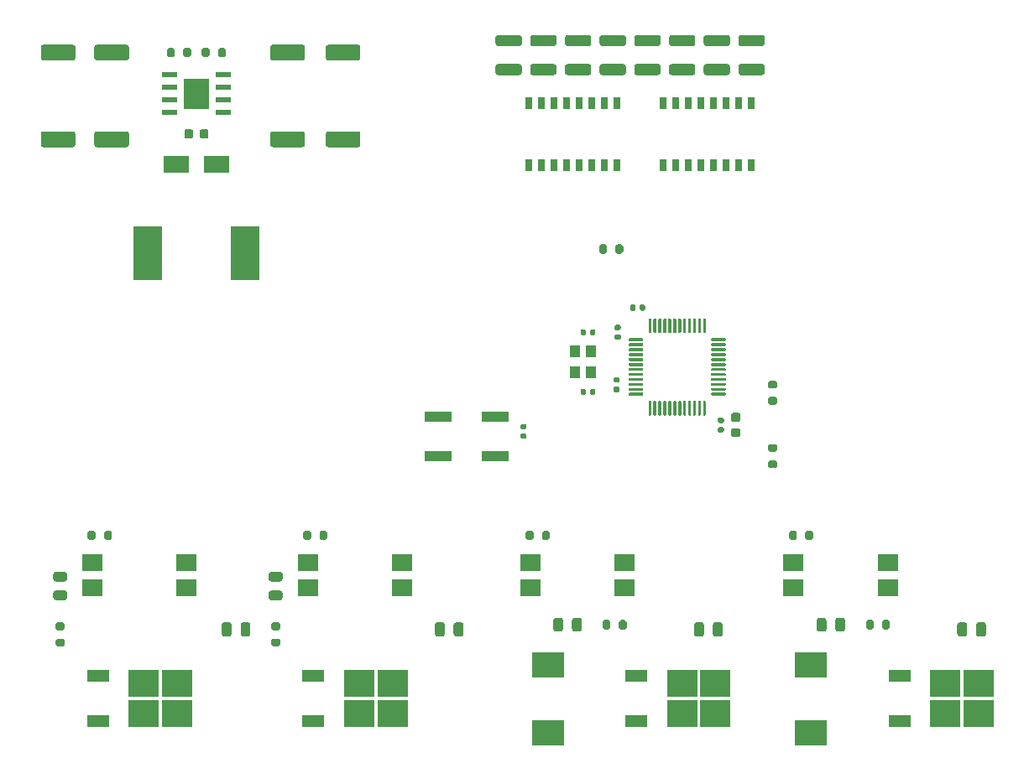
<source format=gtp>
G04 #@! TF.GenerationSoftware,KiCad,Pcbnew,(5.1.9)-1*
G04 #@! TF.CreationDate,2021-07-18T17:28:12-05:00*
G04 #@! TF.ProjectId,jac_board,6a61635f-626f-4617-9264-2e6b69636164,rev?*
G04 #@! TF.SameCoordinates,Original*
G04 #@! TF.FileFunction,Paste,Top*
G04 #@! TF.FilePolarity,Positive*
%FSLAX46Y46*%
G04 Gerber Fmt 4.6, Leading zero omitted, Abs format (unit mm)*
G04 Created by KiCad (PCBNEW (5.1.9)-1) date 2021-07-18 17:28:12*
%MOMM*%
%LPD*%
G01*
G04 APERTURE LIST*
%ADD10R,2.750000X1.000000*%
%ADD11R,3.050000X2.750000*%
%ADD12R,2.200000X1.200000*%
%ADD13R,3.300000X2.500000*%
%ADD14R,2.500000X1.800000*%
%ADD15R,2.000000X1.780000*%
%ADD16R,0.800000X1.300000*%
%ADD17R,1.100000X1.300000*%
%ADD18R,1.550000X0.600000*%
%ADD19R,2.600000X3.100000*%
%ADD20R,2.900000X5.400000*%
G04 APERTURE END LIST*
D10*
X171630000Y-101500000D03*
X165870000Y-101500000D03*
X165870000Y-97500000D03*
X171630000Y-97500000D03*
G36*
G01*
X145950000Y-119475000D02*
X145950000Y-118525000D01*
G75*
G02*
X146200000Y-118275000I250000J0D01*
G01*
X146700000Y-118275000D01*
G75*
G02*
X146950000Y-118525000I0J-250000D01*
G01*
X146950000Y-119475000D01*
G75*
G02*
X146700000Y-119725000I-250000J0D01*
G01*
X146200000Y-119725000D01*
G75*
G02*
X145950000Y-119475000I0J250000D01*
G01*
G37*
G36*
G01*
X144050000Y-119475000D02*
X144050000Y-118525000D01*
G75*
G02*
X144300000Y-118275000I250000J0D01*
G01*
X144800000Y-118275000D01*
G75*
G02*
X145050000Y-118525000I0J-250000D01*
G01*
X145050000Y-119475000D01*
G75*
G02*
X144800000Y-119725000I-250000J0D01*
G01*
X144300000Y-119725000D01*
G75*
G02*
X144050000Y-119475000I0J250000D01*
G01*
G37*
G36*
G01*
X167450000Y-119475000D02*
X167450000Y-118525000D01*
G75*
G02*
X167700000Y-118275000I250000J0D01*
G01*
X168200000Y-118275000D01*
G75*
G02*
X168450000Y-118525000I0J-250000D01*
G01*
X168450000Y-119475000D01*
G75*
G02*
X168200000Y-119725000I-250000J0D01*
G01*
X167700000Y-119725000D01*
G75*
G02*
X167450000Y-119475000I0J250000D01*
G01*
G37*
G36*
G01*
X165550000Y-119475000D02*
X165550000Y-118525000D01*
G75*
G02*
X165800000Y-118275000I250000J0D01*
G01*
X166300000Y-118275000D01*
G75*
G02*
X166550000Y-118525000I0J-250000D01*
G01*
X166550000Y-119475000D01*
G75*
G02*
X166300000Y-119725000I-250000J0D01*
G01*
X165800000Y-119725000D01*
G75*
G02*
X165550000Y-119475000I0J250000D01*
G01*
G37*
G36*
G01*
X193600000Y-119475000D02*
X193600000Y-118525000D01*
G75*
G02*
X193850000Y-118275000I250000J0D01*
G01*
X194350000Y-118275000D01*
G75*
G02*
X194600000Y-118525000I0J-250000D01*
G01*
X194600000Y-119475000D01*
G75*
G02*
X194350000Y-119725000I-250000J0D01*
G01*
X193850000Y-119725000D01*
G75*
G02*
X193600000Y-119475000I0J250000D01*
G01*
G37*
G36*
G01*
X191700000Y-119475000D02*
X191700000Y-118525000D01*
G75*
G02*
X191950000Y-118275000I250000J0D01*
G01*
X192450000Y-118275000D01*
G75*
G02*
X192700000Y-118525000I0J-250000D01*
G01*
X192700000Y-119475000D01*
G75*
G02*
X192450000Y-119725000I-250000J0D01*
G01*
X191950000Y-119725000D01*
G75*
G02*
X191700000Y-119475000I0J250000D01*
G01*
G37*
G36*
G01*
X220150000Y-119475000D02*
X220150000Y-118525000D01*
G75*
G02*
X220400000Y-118275000I250000J0D01*
G01*
X220900000Y-118275000D01*
G75*
G02*
X221150000Y-118525000I0J-250000D01*
G01*
X221150000Y-119475000D01*
G75*
G02*
X220900000Y-119725000I-250000J0D01*
G01*
X220400000Y-119725000D01*
G75*
G02*
X220150000Y-119475000I0J250000D01*
G01*
G37*
G36*
G01*
X218250000Y-119475000D02*
X218250000Y-118525000D01*
G75*
G02*
X218500000Y-118275000I250000J0D01*
G01*
X219000000Y-118275000D01*
G75*
G02*
X219250000Y-118525000I0J-250000D01*
G01*
X219250000Y-119475000D01*
G75*
G02*
X219000000Y-119725000I-250000J0D01*
G01*
X218500000Y-119725000D01*
G75*
G02*
X218250000Y-119475000I0J250000D01*
G01*
G37*
G36*
G01*
X187100000Y-89000000D02*
X187100000Y-87675000D01*
G75*
G02*
X187175000Y-87600000I75000J0D01*
G01*
X187325000Y-87600000D01*
G75*
G02*
X187400000Y-87675000I0J-75000D01*
G01*
X187400000Y-89000000D01*
G75*
G02*
X187325000Y-89075000I-75000J0D01*
G01*
X187175000Y-89075000D01*
G75*
G02*
X187100000Y-89000000I0J75000D01*
G01*
G37*
G36*
G01*
X187600000Y-89000000D02*
X187600000Y-87675000D01*
G75*
G02*
X187675000Y-87600000I75000J0D01*
G01*
X187825000Y-87600000D01*
G75*
G02*
X187900000Y-87675000I0J-75000D01*
G01*
X187900000Y-89000000D01*
G75*
G02*
X187825000Y-89075000I-75000J0D01*
G01*
X187675000Y-89075000D01*
G75*
G02*
X187600000Y-89000000I0J75000D01*
G01*
G37*
G36*
G01*
X188100000Y-89000000D02*
X188100000Y-87675000D01*
G75*
G02*
X188175000Y-87600000I75000J0D01*
G01*
X188325000Y-87600000D01*
G75*
G02*
X188400000Y-87675000I0J-75000D01*
G01*
X188400000Y-89000000D01*
G75*
G02*
X188325000Y-89075000I-75000J0D01*
G01*
X188175000Y-89075000D01*
G75*
G02*
X188100000Y-89000000I0J75000D01*
G01*
G37*
G36*
G01*
X188600000Y-89000000D02*
X188600000Y-87675000D01*
G75*
G02*
X188675000Y-87600000I75000J0D01*
G01*
X188825000Y-87600000D01*
G75*
G02*
X188900000Y-87675000I0J-75000D01*
G01*
X188900000Y-89000000D01*
G75*
G02*
X188825000Y-89075000I-75000J0D01*
G01*
X188675000Y-89075000D01*
G75*
G02*
X188600000Y-89000000I0J75000D01*
G01*
G37*
G36*
G01*
X189100000Y-89000000D02*
X189100000Y-87675000D01*
G75*
G02*
X189175000Y-87600000I75000J0D01*
G01*
X189325000Y-87600000D01*
G75*
G02*
X189400000Y-87675000I0J-75000D01*
G01*
X189400000Y-89000000D01*
G75*
G02*
X189325000Y-89075000I-75000J0D01*
G01*
X189175000Y-89075000D01*
G75*
G02*
X189100000Y-89000000I0J75000D01*
G01*
G37*
G36*
G01*
X189600000Y-89000000D02*
X189600000Y-87675000D01*
G75*
G02*
X189675000Y-87600000I75000J0D01*
G01*
X189825000Y-87600000D01*
G75*
G02*
X189900000Y-87675000I0J-75000D01*
G01*
X189900000Y-89000000D01*
G75*
G02*
X189825000Y-89075000I-75000J0D01*
G01*
X189675000Y-89075000D01*
G75*
G02*
X189600000Y-89000000I0J75000D01*
G01*
G37*
G36*
G01*
X190100000Y-89000000D02*
X190100000Y-87675000D01*
G75*
G02*
X190175000Y-87600000I75000J0D01*
G01*
X190325000Y-87600000D01*
G75*
G02*
X190400000Y-87675000I0J-75000D01*
G01*
X190400000Y-89000000D01*
G75*
G02*
X190325000Y-89075000I-75000J0D01*
G01*
X190175000Y-89075000D01*
G75*
G02*
X190100000Y-89000000I0J75000D01*
G01*
G37*
G36*
G01*
X190600000Y-89000000D02*
X190600000Y-87675000D01*
G75*
G02*
X190675000Y-87600000I75000J0D01*
G01*
X190825000Y-87600000D01*
G75*
G02*
X190900000Y-87675000I0J-75000D01*
G01*
X190900000Y-89000000D01*
G75*
G02*
X190825000Y-89075000I-75000J0D01*
G01*
X190675000Y-89075000D01*
G75*
G02*
X190600000Y-89000000I0J75000D01*
G01*
G37*
G36*
G01*
X191100000Y-89000000D02*
X191100000Y-87675000D01*
G75*
G02*
X191175000Y-87600000I75000J0D01*
G01*
X191325000Y-87600000D01*
G75*
G02*
X191400000Y-87675000I0J-75000D01*
G01*
X191400000Y-89000000D01*
G75*
G02*
X191325000Y-89075000I-75000J0D01*
G01*
X191175000Y-89075000D01*
G75*
G02*
X191100000Y-89000000I0J75000D01*
G01*
G37*
G36*
G01*
X191600000Y-89000000D02*
X191600000Y-87675000D01*
G75*
G02*
X191675000Y-87600000I75000J0D01*
G01*
X191825000Y-87600000D01*
G75*
G02*
X191900000Y-87675000I0J-75000D01*
G01*
X191900000Y-89000000D01*
G75*
G02*
X191825000Y-89075000I-75000J0D01*
G01*
X191675000Y-89075000D01*
G75*
G02*
X191600000Y-89000000I0J75000D01*
G01*
G37*
G36*
G01*
X192100000Y-89000000D02*
X192100000Y-87675000D01*
G75*
G02*
X192175000Y-87600000I75000J0D01*
G01*
X192325000Y-87600000D01*
G75*
G02*
X192400000Y-87675000I0J-75000D01*
G01*
X192400000Y-89000000D01*
G75*
G02*
X192325000Y-89075000I-75000J0D01*
G01*
X192175000Y-89075000D01*
G75*
G02*
X192100000Y-89000000I0J75000D01*
G01*
G37*
G36*
G01*
X192600000Y-89000000D02*
X192600000Y-87675000D01*
G75*
G02*
X192675000Y-87600000I75000J0D01*
G01*
X192825000Y-87600000D01*
G75*
G02*
X192900000Y-87675000I0J-75000D01*
G01*
X192900000Y-89000000D01*
G75*
G02*
X192825000Y-89075000I-75000J0D01*
G01*
X192675000Y-89075000D01*
G75*
G02*
X192600000Y-89000000I0J75000D01*
G01*
G37*
G36*
G01*
X193425000Y-89825000D02*
X193425000Y-89675000D01*
G75*
G02*
X193500000Y-89600000I75000J0D01*
G01*
X194825000Y-89600000D01*
G75*
G02*
X194900000Y-89675000I0J-75000D01*
G01*
X194900000Y-89825000D01*
G75*
G02*
X194825000Y-89900000I-75000J0D01*
G01*
X193500000Y-89900000D01*
G75*
G02*
X193425000Y-89825000I0J75000D01*
G01*
G37*
G36*
G01*
X193425000Y-90325000D02*
X193425000Y-90175000D01*
G75*
G02*
X193500000Y-90100000I75000J0D01*
G01*
X194825000Y-90100000D01*
G75*
G02*
X194900000Y-90175000I0J-75000D01*
G01*
X194900000Y-90325000D01*
G75*
G02*
X194825000Y-90400000I-75000J0D01*
G01*
X193500000Y-90400000D01*
G75*
G02*
X193425000Y-90325000I0J75000D01*
G01*
G37*
G36*
G01*
X193425000Y-90825000D02*
X193425000Y-90675000D01*
G75*
G02*
X193500000Y-90600000I75000J0D01*
G01*
X194825000Y-90600000D01*
G75*
G02*
X194900000Y-90675000I0J-75000D01*
G01*
X194900000Y-90825000D01*
G75*
G02*
X194825000Y-90900000I-75000J0D01*
G01*
X193500000Y-90900000D01*
G75*
G02*
X193425000Y-90825000I0J75000D01*
G01*
G37*
G36*
G01*
X193425000Y-91325000D02*
X193425000Y-91175000D01*
G75*
G02*
X193500000Y-91100000I75000J0D01*
G01*
X194825000Y-91100000D01*
G75*
G02*
X194900000Y-91175000I0J-75000D01*
G01*
X194900000Y-91325000D01*
G75*
G02*
X194825000Y-91400000I-75000J0D01*
G01*
X193500000Y-91400000D01*
G75*
G02*
X193425000Y-91325000I0J75000D01*
G01*
G37*
G36*
G01*
X193425000Y-91825000D02*
X193425000Y-91675000D01*
G75*
G02*
X193500000Y-91600000I75000J0D01*
G01*
X194825000Y-91600000D01*
G75*
G02*
X194900000Y-91675000I0J-75000D01*
G01*
X194900000Y-91825000D01*
G75*
G02*
X194825000Y-91900000I-75000J0D01*
G01*
X193500000Y-91900000D01*
G75*
G02*
X193425000Y-91825000I0J75000D01*
G01*
G37*
G36*
G01*
X193425000Y-92325000D02*
X193425000Y-92175000D01*
G75*
G02*
X193500000Y-92100000I75000J0D01*
G01*
X194825000Y-92100000D01*
G75*
G02*
X194900000Y-92175000I0J-75000D01*
G01*
X194900000Y-92325000D01*
G75*
G02*
X194825000Y-92400000I-75000J0D01*
G01*
X193500000Y-92400000D01*
G75*
G02*
X193425000Y-92325000I0J75000D01*
G01*
G37*
G36*
G01*
X193425000Y-92825000D02*
X193425000Y-92675000D01*
G75*
G02*
X193500000Y-92600000I75000J0D01*
G01*
X194825000Y-92600000D01*
G75*
G02*
X194900000Y-92675000I0J-75000D01*
G01*
X194900000Y-92825000D01*
G75*
G02*
X194825000Y-92900000I-75000J0D01*
G01*
X193500000Y-92900000D01*
G75*
G02*
X193425000Y-92825000I0J75000D01*
G01*
G37*
G36*
G01*
X193425000Y-93325000D02*
X193425000Y-93175000D01*
G75*
G02*
X193500000Y-93100000I75000J0D01*
G01*
X194825000Y-93100000D01*
G75*
G02*
X194900000Y-93175000I0J-75000D01*
G01*
X194900000Y-93325000D01*
G75*
G02*
X194825000Y-93400000I-75000J0D01*
G01*
X193500000Y-93400000D01*
G75*
G02*
X193425000Y-93325000I0J75000D01*
G01*
G37*
G36*
G01*
X193425000Y-93825000D02*
X193425000Y-93675000D01*
G75*
G02*
X193500000Y-93600000I75000J0D01*
G01*
X194825000Y-93600000D01*
G75*
G02*
X194900000Y-93675000I0J-75000D01*
G01*
X194900000Y-93825000D01*
G75*
G02*
X194825000Y-93900000I-75000J0D01*
G01*
X193500000Y-93900000D01*
G75*
G02*
X193425000Y-93825000I0J75000D01*
G01*
G37*
G36*
G01*
X193425000Y-94325000D02*
X193425000Y-94175000D01*
G75*
G02*
X193500000Y-94100000I75000J0D01*
G01*
X194825000Y-94100000D01*
G75*
G02*
X194900000Y-94175000I0J-75000D01*
G01*
X194900000Y-94325000D01*
G75*
G02*
X194825000Y-94400000I-75000J0D01*
G01*
X193500000Y-94400000D01*
G75*
G02*
X193425000Y-94325000I0J75000D01*
G01*
G37*
G36*
G01*
X193425000Y-94825000D02*
X193425000Y-94675000D01*
G75*
G02*
X193500000Y-94600000I75000J0D01*
G01*
X194825000Y-94600000D01*
G75*
G02*
X194900000Y-94675000I0J-75000D01*
G01*
X194900000Y-94825000D01*
G75*
G02*
X194825000Y-94900000I-75000J0D01*
G01*
X193500000Y-94900000D01*
G75*
G02*
X193425000Y-94825000I0J75000D01*
G01*
G37*
G36*
G01*
X193425000Y-95325000D02*
X193425000Y-95175000D01*
G75*
G02*
X193500000Y-95100000I75000J0D01*
G01*
X194825000Y-95100000D01*
G75*
G02*
X194900000Y-95175000I0J-75000D01*
G01*
X194900000Y-95325000D01*
G75*
G02*
X194825000Y-95400000I-75000J0D01*
G01*
X193500000Y-95400000D01*
G75*
G02*
X193425000Y-95325000I0J75000D01*
G01*
G37*
G36*
G01*
X192600000Y-97325000D02*
X192600000Y-96000000D01*
G75*
G02*
X192675000Y-95925000I75000J0D01*
G01*
X192825000Y-95925000D01*
G75*
G02*
X192900000Y-96000000I0J-75000D01*
G01*
X192900000Y-97325000D01*
G75*
G02*
X192825000Y-97400000I-75000J0D01*
G01*
X192675000Y-97400000D01*
G75*
G02*
X192600000Y-97325000I0J75000D01*
G01*
G37*
G36*
G01*
X192100000Y-97325000D02*
X192100000Y-96000000D01*
G75*
G02*
X192175000Y-95925000I75000J0D01*
G01*
X192325000Y-95925000D01*
G75*
G02*
X192400000Y-96000000I0J-75000D01*
G01*
X192400000Y-97325000D01*
G75*
G02*
X192325000Y-97400000I-75000J0D01*
G01*
X192175000Y-97400000D01*
G75*
G02*
X192100000Y-97325000I0J75000D01*
G01*
G37*
G36*
G01*
X191600000Y-97325000D02*
X191600000Y-96000000D01*
G75*
G02*
X191675000Y-95925000I75000J0D01*
G01*
X191825000Y-95925000D01*
G75*
G02*
X191900000Y-96000000I0J-75000D01*
G01*
X191900000Y-97325000D01*
G75*
G02*
X191825000Y-97400000I-75000J0D01*
G01*
X191675000Y-97400000D01*
G75*
G02*
X191600000Y-97325000I0J75000D01*
G01*
G37*
G36*
G01*
X191100000Y-97325000D02*
X191100000Y-96000000D01*
G75*
G02*
X191175000Y-95925000I75000J0D01*
G01*
X191325000Y-95925000D01*
G75*
G02*
X191400000Y-96000000I0J-75000D01*
G01*
X191400000Y-97325000D01*
G75*
G02*
X191325000Y-97400000I-75000J0D01*
G01*
X191175000Y-97400000D01*
G75*
G02*
X191100000Y-97325000I0J75000D01*
G01*
G37*
G36*
G01*
X190600000Y-97325000D02*
X190600000Y-96000000D01*
G75*
G02*
X190675000Y-95925000I75000J0D01*
G01*
X190825000Y-95925000D01*
G75*
G02*
X190900000Y-96000000I0J-75000D01*
G01*
X190900000Y-97325000D01*
G75*
G02*
X190825000Y-97400000I-75000J0D01*
G01*
X190675000Y-97400000D01*
G75*
G02*
X190600000Y-97325000I0J75000D01*
G01*
G37*
G36*
G01*
X190100000Y-97325000D02*
X190100000Y-96000000D01*
G75*
G02*
X190175000Y-95925000I75000J0D01*
G01*
X190325000Y-95925000D01*
G75*
G02*
X190400000Y-96000000I0J-75000D01*
G01*
X190400000Y-97325000D01*
G75*
G02*
X190325000Y-97400000I-75000J0D01*
G01*
X190175000Y-97400000D01*
G75*
G02*
X190100000Y-97325000I0J75000D01*
G01*
G37*
G36*
G01*
X189600000Y-97325000D02*
X189600000Y-96000000D01*
G75*
G02*
X189675000Y-95925000I75000J0D01*
G01*
X189825000Y-95925000D01*
G75*
G02*
X189900000Y-96000000I0J-75000D01*
G01*
X189900000Y-97325000D01*
G75*
G02*
X189825000Y-97400000I-75000J0D01*
G01*
X189675000Y-97400000D01*
G75*
G02*
X189600000Y-97325000I0J75000D01*
G01*
G37*
G36*
G01*
X189100000Y-97325000D02*
X189100000Y-96000000D01*
G75*
G02*
X189175000Y-95925000I75000J0D01*
G01*
X189325000Y-95925000D01*
G75*
G02*
X189400000Y-96000000I0J-75000D01*
G01*
X189400000Y-97325000D01*
G75*
G02*
X189325000Y-97400000I-75000J0D01*
G01*
X189175000Y-97400000D01*
G75*
G02*
X189100000Y-97325000I0J75000D01*
G01*
G37*
G36*
G01*
X188600000Y-97325000D02*
X188600000Y-96000000D01*
G75*
G02*
X188675000Y-95925000I75000J0D01*
G01*
X188825000Y-95925000D01*
G75*
G02*
X188900000Y-96000000I0J-75000D01*
G01*
X188900000Y-97325000D01*
G75*
G02*
X188825000Y-97400000I-75000J0D01*
G01*
X188675000Y-97400000D01*
G75*
G02*
X188600000Y-97325000I0J75000D01*
G01*
G37*
G36*
G01*
X188100000Y-97325000D02*
X188100000Y-96000000D01*
G75*
G02*
X188175000Y-95925000I75000J0D01*
G01*
X188325000Y-95925000D01*
G75*
G02*
X188400000Y-96000000I0J-75000D01*
G01*
X188400000Y-97325000D01*
G75*
G02*
X188325000Y-97400000I-75000J0D01*
G01*
X188175000Y-97400000D01*
G75*
G02*
X188100000Y-97325000I0J75000D01*
G01*
G37*
G36*
G01*
X187600000Y-97325000D02*
X187600000Y-96000000D01*
G75*
G02*
X187675000Y-95925000I75000J0D01*
G01*
X187825000Y-95925000D01*
G75*
G02*
X187900000Y-96000000I0J-75000D01*
G01*
X187900000Y-97325000D01*
G75*
G02*
X187825000Y-97400000I-75000J0D01*
G01*
X187675000Y-97400000D01*
G75*
G02*
X187600000Y-97325000I0J75000D01*
G01*
G37*
G36*
G01*
X187100000Y-97325000D02*
X187100000Y-96000000D01*
G75*
G02*
X187175000Y-95925000I75000J0D01*
G01*
X187325000Y-95925000D01*
G75*
G02*
X187400000Y-96000000I0J-75000D01*
G01*
X187400000Y-97325000D01*
G75*
G02*
X187325000Y-97400000I-75000J0D01*
G01*
X187175000Y-97400000D01*
G75*
G02*
X187100000Y-97325000I0J75000D01*
G01*
G37*
G36*
G01*
X185100000Y-95325000D02*
X185100000Y-95175000D01*
G75*
G02*
X185175000Y-95100000I75000J0D01*
G01*
X186500000Y-95100000D01*
G75*
G02*
X186575000Y-95175000I0J-75000D01*
G01*
X186575000Y-95325000D01*
G75*
G02*
X186500000Y-95400000I-75000J0D01*
G01*
X185175000Y-95400000D01*
G75*
G02*
X185100000Y-95325000I0J75000D01*
G01*
G37*
G36*
G01*
X185100000Y-94825000D02*
X185100000Y-94675000D01*
G75*
G02*
X185175000Y-94600000I75000J0D01*
G01*
X186500000Y-94600000D01*
G75*
G02*
X186575000Y-94675000I0J-75000D01*
G01*
X186575000Y-94825000D01*
G75*
G02*
X186500000Y-94900000I-75000J0D01*
G01*
X185175000Y-94900000D01*
G75*
G02*
X185100000Y-94825000I0J75000D01*
G01*
G37*
G36*
G01*
X185100000Y-94325000D02*
X185100000Y-94175000D01*
G75*
G02*
X185175000Y-94100000I75000J0D01*
G01*
X186500000Y-94100000D01*
G75*
G02*
X186575000Y-94175000I0J-75000D01*
G01*
X186575000Y-94325000D01*
G75*
G02*
X186500000Y-94400000I-75000J0D01*
G01*
X185175000Y-94400000D01*
G75*
G02*
X185100000Y-94325000I0J75000D01*
G01*
G37*
G36*
G01*
X185100000Y-93825000D02*
X185100000Y-93675000D01*
G75*
G02*
X185175000Y-93600000I75000J0D01*
G01*
X186500000Y-93600000D01*
G75*
G02*
X186575000Y-93675000I0J-75000D01*
G01*
X186575000Y-93825000D01*
G75*
G02*
X186500000Y-93900000I-75000J0D01*
G01*
X185175000Y-93900000D01*
G75*
G02*
X185100000Y-93825000I0J75000D01*
G01*
G37*
G36*
G01*
X185100000Y-93325000D02*
X185100000Y-93175000D01*
G75*
G02*
X185175000Y-93100000I75000J0D01*
G01*
X186500000Y-93100000D01*
G75*
G02*
X186575000Y-93175000I0J-75000D01*
G01*
X186575000Y-93325000D01*
G75*
G02*
X186500000Y-93400000I-75000J0D01*
G01*
X185175000Y-93400000D01*
G75*
G02*
X185100000Y-93325000I0J75000D01*
G01*
G37*
G36*
G01*
X185100000Y-92825000D02*
X185100000Y-92675000D01*
G75*
G02*
X185175000Y-92600000I75000J0D01*
G01*
X186500000Y-92600000D01*
G75*
G02*
X186575000Y-92675000I0J-75000D01*
G01*
X186575000Y-92825000D01*
G75*
G02*
X186500000Y-92900000I-75000J0D01*
G01*
X185175000Y-92900000D01*
G75*
G02*
X185100000Y-92825000I0J75000D01*
G01*
G37*
G36*
G01*
X185100000Y-92325000D02*
X185100000Y-92175000D01*
G75*
G02*
X185175000Y-92100000I75000J0D01*
G01*
X186500000Y-92100000D01*
G75*
G02*
X186575000Y-92175000I0J-75000D01*
G01*
X186575000Y-92325000D01*
G75*
G02*
X186500000Y-92400000I-75000J0D01*
G01*
X185175000Y-92400000D01*
G75*
G02*
X185100000Y-92325000I0J75000D01*
G01*
G37*
G36*
G01*
X185100000Y-91825000D02*
X185100000Y-91675000D01*
G75*
G02*
X185175000Y-91600000I75000J0D01*
G01*
X186500000Y-91600000D01*
G75*
G02*
X186575000Y-91675000I0J-75000D01*
G01*
X186575000Y-91825000D01*
G75*
G02*
X186500000Y-91900000I-75000J0D01*
G01*
X185175000Y-91900000D01*
G75*
G02*
X185100000Y-91825000I0J75000D01*
G01*
G37*
G36*
G01*
X185100000Y-91325000D02*
X185100000Y-91175000D01*
G75*
G02*
X185175000Y-91100000I75000J0D01*
G01*
X186500000Y-91100000D01*
G75*
G02*
X186575000Y-91175000I0J-75000D01*
G01*
X186575000Y-91325000D01*
G75*
G02*
X186500000Y-91400000I-75000J0D01*
G01*
X185175000Y-91400000D01*
G75*
G02*
X185100000Y-91325000I0J75000D01*
G01*
G37*
G36*
G01*
X185100000Y-90825000D02*
X185100000Y-90675000D01*
G75*
G02*
X185175000Y-90600000I75000J0D01*
G01*
X186500000Y-90600000D01*
G75*
G02*
X186575000Y-90675000I0J-75000D01*
G01*
X186575000Y-90825000D01*
G75*
G02*
X186500000Y-90900000I-75000J0D01*
G01*
X185175000Y-90900000D01*
G75*
G02*
X185100000Y-90825000I0J75000D01*
G01*
G37*
G36*
G01*
X185100000Y-90325000D02*
X185100000Y-90175000D01*
G75*
G02*
X185175000Y-90100000I75000J0D01*
G01*
X186500000Y-90100000D01*
G75*
G02*
X186575000Y-90175000I0J-75000D01*
G01*
X186575000Y-90325000D01*
G75*
G02*
X186500000Y-90400000I-75000J0D01*
G01*
X185175000Y-90400000D01*
G75*
G02*
X185100000Y-90325000I0J75000D01*
G01*
G37*
G36*
G01*
X185100000Y-89825000D02*
X185100000Y-89675000D01*
G75*
G02*
X185175000Y-89600000I75000J0D01*
G01*
X186500000Y-89600000D01*
G75*
G02*
X186575000Y-89675000I0J-75000D01*
G01*
X186575000Y-89825000D01*
G75*
G02*
X186500000Y-89900000I-75000J0D01*
G01*
X185175000Y-89900000D01*
G75*
G02*
X185100000Y-89825000I0J75000D01*
G01*
G37*
G36*
G01*
X205950000Y-118976250D02*
X205950000Y-118063750D01*
G75*
G02*
X206193750Y-117820000I243750J0D01*
G01*
X206681250Y-117820000D01*
G75*
G02*
X206925000Y-118063750I0J-243750D01*
G01*
X206925000Y-118976250D01*
G75*
G02*
X206681250Y-119220000I-243750J0D01*
G01*
X206193750Y-119220000D01*
G75*
G02*
X205950000Y-118976250I0J243750D01*
G01*
G37*
G36*
G01*
X204075000Y-118976250D02*
X204075000Y-118063750D01*
G75*
G02*
X204318750Y-117820000I243750J0D01*
G01*
X204806250Y-117820000D01*
G75*
G02*
X205050000Y-118063750I0J-243750D01*
G01*
X205050000Y-118976250D01*
G75*
G02*
X204806250Y-119220000I-243750J0D01*
G01*
X204318750Y-119220000D01*
G75*
G02*
X204075000Y-118976250I0J243750D01*
G01*
G37*
G36*
G01*
X149225000Y-119925000D02*
X149775000Y-119925000D01*
G75*
G02*
X149975000Y-120125000I0J-200000D01*
G01*
X149975000Y-120525000D01*
G75*
G02*
X149775000Y-120725000I-200000J0D01*
G01*
X149225000Y-120725000D01*
G75*
G02*
X149025000Y-120525000I0J200000D01*
G01*
X149025000Y-120125000D01*
G75*
G02*
X149225000Y-119925000I200000J0D01*
G01*
G37*
G36*
G01*
X149225000Y-118275000D02*
X149775000Y-118275000D01*
G75*
G02*
X149975000Y-118475000I0J-200000D01*
G01*
X149975000Y-118875000D01*
G75*
G02*
X149775000Y-119075000I-200000J0D01*
G01*
X149225000Y-119075000D01*
G75*
G02*
X149025000Y-118875000I0J200000D01*
G01*
X149025000Y-118475000D01*
G75*
G02*
X149225000Y-118275000I200000J0D01*
G01*
G37*
D11*
X136185000Y-127525000D03*
X139535000Y-124475000D03*
X136185000Y-124475000D03*
X139535000Y-127525000D03*
D12*
X131560000Y-128280000D03*
X131560000Y-123720000D03*
D11*
X157925000Y-127525000D03*
X161275000Y-124475000D03*
X157925000Y-124475000D03*
X161275000Y-127525000D03*
D12*
X153300000Y-128280000D03*
X153300000Y-123720000D03*
D11*
X190490000Y-127525000D03*
X193840000Y-124475000D03*
X190490000Y-124475000D03*
X193840000Y-127525000D03*
D12*
X185865000Y-128280000D03*
X185865000Y-123720000D03*
D11*
X217050000Y-127525000D03*
X220400000Y-124475000D03*
X217050000Y-124475000D03*
X220400000Y-127525000D03*
D12*
X212425000Y-128280000D03*
X212425000Y-123720000D03*
D13*
X176940000Y-122600000D03*
X176940000Y-129400000D03*
X203500000Y-122600000D03*
X203500000Y-129400000D03*
G36*
G01*
X129300000Y-60200000D02*
X129300000Y-61300000D01*
G75*
G02*
X129050000Y-61550000I-250000J0D01*
G01*
X126050000Y-61550000D01*
G75*
G02*
X125800000Y-61300000I0J250000D01*
G01*
X125800000Y-60200000D01*
G75*
G02*
X126050000Y-59950000I250000J0D01*
G01*
X129050000Y-59950000D01*
G75*
G02*
X129300000Y-60200000I0J-250000D01*
G01*
G37*
G36*
G01*
X134700000Y-60200000D02*
X134700000Y-61300000D01*
G75*
G02*
X134450000Y-61550000I-250000J0D01*
G01*
X131450000Y-61550000D01*
G75*
G02*
X131200000Y-61300000I0J250000D01*
G01*
X131200000Y-60200000D01*
G75*
G02*
X131450000Y-59950000I250000J0D01*
G01*
X134450000Y-59950000D01*
G75*
G02*
X134700000Y-60200000I0J-250000D01*
G01*
G37*
G36*
G01*
X129300000Y-68950000D02*
X129300000Y-70050000D01*
G75*
G02*
X129050000Y-70300000I-250000J0D01*
G01*
X126050000Y-70300000D01*
G75*
G02*
X125800000Y-70050000I0J250000D01*
G01*
X125800000Y-68950000D01*
G75*
G02*
X126050000Y-68700000I250000J0D01*
G01*
X129050000Y-68700000D01*
G75*
G02*
X129300000Y-68950000I0J-250000D01*
G01*
G37*
G36*
G01*
X134700000Y-68950000D02*
X134700000Y-70050000D01*
G75*
G02*
X134450000Y-70300000I-250000J0D01*
G01*
X131450000Y-70300000D01*
G75*
G02*
X131200000Y-70050000I0J250000D01*
G01*
X131200000Y-68950000D01*
G75*
G02*
X131450000Y-68700000I250000J0D01*
G01*
X134450000Y-68700000D01*
G75*
G02*
X134700000Y-68950000I0J-250000D01*
G01*
G37*
G36*
G01*
X199893600Y-94672600D02*
X199343600Y-94672600D01*
G75*
G02*
X199143600Y-94472600I0J200000D01*
G01*
X199143600Y-94072600D01*
G75*
G02*
X199343600Y-93872600I200000J0D01*
G01*
X199893600Y-93872600D01*
G75*
G02*
X200093600Y-94072600I0J-200000D01*
G01*
X200093600Y-94472600D01*
G75*
G02*
X199893600Y-94672600I-200000J0D01*
G01*
G37*
G36*
G01*
X199893600Y-96322600D02*
X199343600Y-96322600D01*
G75*
G02*
X199143600Y-96122600I0J200000D01*
G01*
X199143600Y-95722600D01*
G75*
G02*
X199343600Y-95522600I200000J0D01*
G01*
X199893600Y-95522600D01*
G75*
G02*
X200093600Y-95722600I0J-200000D01*
G01*
X200093600Y-96122600D01*
G75*
G02*
X199893600Y-96322600I-200000J0D01*
G01*
G37*
G36*
G01*
X199343600Y-101925000D02*
X199893600Y-101925000D01*
G75*
G02*
X200093600Y-102125000I0J-200000D01*
G01*
X200093600Y-102525000D01*
G75*
G02*
X199893600Y-102725000I-200000J0D01*
G01*
X199343600Y-102725000D01*
G75*
G02*
X199143600Y-102525000I0J200000D01*
G01*
X199143600Y-102125000D01*
G75*
G02*
X199343600Y-101925000I200000J0D01*
G01*
G37*
G36*
G01*
X199343600Y-100275000D02*
X199893600Y-100275000D01*
G75*
G02*
X200093600Y-100475000I0J-200000D01*
G01*
X200093600Y-100875000D01*
G75*
G02*
X199893600Y-101075000I-200000J0D01*
G01*
X199343600Y-101075000D01*
G75*
G02*
X199143600Y-100875000I0J200000D01*
G01*
X199143600Y-100475000D01*
G75*
G02*
X199343600Y-100275000I200000J0D01*
G01*
G37*
D14*
X143500000Y-72048332D03*
X139500000Y-72048332D03*
D15*
X140525000Y-112230000D03*
X130995000Y-114770000D03*
X140525000Y-114770000D03*
X130995000Y-112230000D03*
X162265000Y-112230000D03*
X152735000Y-114770000D03*
X162265000Y-114770000D03*
X152735000Y-112230000D03*
X184705000Y-112230000D03*
X175175000Y-114770000D03*
X184705000Y-114770000D03*
X175175000Y-112230000D03*
X211265000Y-112230000D03*
X201735000Y-114770000D03*
X211265000Y-114770000D03*
X201735000Y-112230000D03*
G36*
G01*
X127485000Y-119925000D02*
X128035000Y-119925000D01*
G75*
G02*
X128235000Y-120125000I0J-200000D01*
G01*
X128235000Y-120525000D01*
G75*
G02*
X128035000Y-120725000I-200000J0D01*
G01*
X127485000Y-120725000D01*
G75*
G02*
X127285000Y-120525000I0J200000D01*
G01*
X127285000Y-120125000D01*
G75*
G02*
X127485000Y-119925000I200000J0D01*
G01*
G37*
G36*
G01*
X127485000Y-118275000D02*
X128035000Y-118275000D01*
G75*
G02*
X128235000Y-118475000I0J-200000D01*
G01*
X128235000Y-118875000D01*
G75*
G02*
X128035000Y-119075000I-200000J0D01*
G01*
X127485000Y-119075000D01*
G75*
G02*
X127285000Y-118875000I0J200000D01*
G01*
X127285000Y-118475000D01*
G75*
G02*
X127485000Y-118275000I200000J0D01*
G01*
G37*
G36*
G01*
X132185000Y-109775000D02*
X132185000Y-109225000D01*
G75*
G02*
X132385000Y-109025000I200000J0D01*
G01*
X132785000Y-109025000D01*
G75*
G02*
X132985000Y-109225000I0J-200000D01*
G01*
X132985000Y-109775000D01*
G75*
G02*
X132785000Y-109975000I-200000J0D01*
G01*
X132385000Y-109975000D01*
G75*
G02*
X132185000Y-109775000I0J200000D01*
G01*
G37*
G36*
G01*
X130535000Y-109775000D02*
X130535000Y-109225000D01*
G75*
G02*
X130735000Y-109025000I200000J0D01*
G01*
X131135000Y-109025000D01*
G75*
G02*
X131335000Y-109225000I0J-200000D01*
G01*
X131335000Y-109775000D01*
G75*
G02*
X131135000Y-109975000I-200000J0D01*
G01*
X130735000Y-109975000D01*
G75*
G02*
X130535000Y-109775000I0J200000D01*
G01*
G37*
G36*
G01*
X153925000Y-109775000D02*
X153925000Y-109225000D01*
G75*
G02*
X154125000Y-109025000I200000J0D01*
G01*
X154525000Y-109025000D01*
G75*
G02*
X154725000Y-109225000I0J-200000D01*
G01*
X154725000Y-109775000D01*
G75*
G02*
X154525000Y-109975000I-200000J0D01*
G01*
X154125000Y-109975000D01*
G75*
G02*
X153925000Y-109775000I0J200000D01*
G01*
G37*
G36*
G01*
X152275000Y-109775000D02*
X152275000Y-109225000D01*
G75*
G02*
X152475000Y-109025000I200000J0D01*
G01*
X152875000Y-109025000D01*
G75*
G02*
X153075000Y-109225000I0J-200000D01*
G01*
X153075000Y-109775000D01*
G75*
G02*
X152875000Y-109975000I-200000J0D01*
G01*
X152475000Y-109975000D01*
G75*
G02*
X152275000Y-109775000I0J200000D01*
G01*
G37*
G36*
G01*
X184115000Y-118795000D02*
X184115000Y-118245000D01*
G75*
G02*
X184315000Y-118045000I200000J0D01*
G01*
X184715000Y-118045000D01*
G75*
G02*
X184915000Y-118245000I0J-200000D01*
G01*
X184915000Y-118795000D01*
G75*
G02*
X184715000Y-118995000I-200000J0D01*
G01*
X184315000Y-118995000D01*
G75*
G02*
X184115000Y-118795000I0J200000D01*
G01*
G37*
G36*
G01*
X182465000Y-118795000D02*
X182465000Y-118245000D01*
G75*
G02*
X182665000Y-118045000I200000J0D01*
G01*
X183065000Y-118045000D01*
G75*
G02*
X183265000Y-118245000I0J-200000D01*
G01*
X183265000Y-118795000D01*
G75*
G02*
X183065000Y-118995000I-200000J0D01*
G01*
X182665000Y-118995000D01*
G75*
G02*
X182465000Y-118795000I0J200000D01*
G01*
G37*
G36*
G01*
X176365000Y-109775000D02*
X176365000Y-109225000D01*
G75*
G02*
X176565000Y-109025000I200000J0D01*
G01*
X176965000Y-109025000D01*
G75*
G02*
X177165000Y-109225000I0J-200000D01*
G01*
X177165000Y-109775000D01*
G75*
G02*
X176965000Y-109975000I-200000J0D01*
G01*
X176565000Y-109975000D01*
G75*
G02*
X176365000Y-109775000I0J200000D01*
G01*
G37*
G36*
G01*
X174715000Y-109775000D02*
X174715000Y-109225000D01*
G75*
G02*
X174915000Y-109025000I200000J0D01*
G01*
X175315000Y-109025000D01*
G75*
G02*
X175515000Y-109225000I0J-200000D01*
G01*
X175515000Y-109775000D01*
G75*
G02*
X175315000Y-109975000I-200000J0D01*
G01*
X174915000Y-109975000D01*
G75*
G02*
X174715000Y-109775000I0J200000D01*
G01*
G37*
G36*
G01*
X210675000Y-118795000D02*
X210675000Y-118245000D01*
G75*
G02*
X210875000Y-118045000I200000J0D01*
G01*
X211275000Y-118045000D01*
G75*
G02*
X211475000Y-118245000I0J-200000D01*
G01*
X211475000Y-118795000D01*
G75*
G02*
X211275000Y-118995000I-200000J0D01*
G01*
X210875000Y-118995000D01*
G75*
G02*
X210675000Y-118795000I0J200000D01*
G01*
G37*
G36*
G01*
X209025000Y-118795000D02*
X209025000Y-118245000D01*
G75*
G02*
X209225000Y-118045000I200000J0D01*
G01*
X209625000Y-118045000D01*
G75*
G02*
X209825000Y-118245000I0J-200000D01*
G01*
X209825000Y-118795000D01*
G75*
G02*
X209625000Y-118995000I-200000J0D01*
G01*
X209225000Y-118995000D01*
G75*
G02*
X209025000Y-118795000I0J200000D01*
G01*
G37*
G36*
G01*
X202925000Y-109775000D02*
X202925000Y-109225000D01*
G75*
G02*
X203125000Y-109025000I200000J0D01*
G01*
X203525000Y-109025000D01*
G75*
G02*
X203725000Y-109225000I0J-200000D01*
G01*
X203725000Y-109775000D01*
G75*
G02*
X203525000Y-109975000I-200000J0D01*
G01*
X203125000Y-109975000D01*
G75*
G02*
X202925000Y-109775000I0J200000D01*
G01*
G37*
G36*
G01*
X201275000Y-109775000D02*
X201275000Y-109225000D01*
G75*
G02*
X201475000Y-109025000I200000J0D01*
G01*
X201875000Y-109025000D01*
G75*
G02*
X202075000Y-109225000I0J-200000D01*
G01*
X202075000Y-109775000D01*
G75*
G02*
X201875000Y-109975000I-200000J0D01*
G01*
X201475000Y-109975000D01*
G75*
G02*
X201275000Y-109775000I0J200000D01*
G01*
G37*
G36*
G01*
X127303750Y-115070000D02*
X128216250Y-115070000D01*
G75*
G02*
X128460000Y-115313750I0J-243750D01*
G01*
X128460000Y-115801250D01*
G75*
G02*
X128216250Y-116045000I-243750J0D01*
G01*
X127303750Y-116045000D01*
G75*
G02*
X127060000Y-115801250I0J243750D01*
G01*
X127060000Y-115313750D01*
G75*
G02*
X127303750Y-115070000I243750J0D01*
G01*
G37*
G36*
G01*
X127303750Y-113195000D02*
X128216250Y-113195000D01*
G75*
G02*
X128460000Y-113438750I0J-243750D01*
G01*
X128460000Y-113926250D01*
G75*
G02*
X128216250Y-114170000I-243750J0D01*
G01*
X127303750Y-114170000D01*
G75*
G02*
X127060000Y-113926250I0J243750D01*
G01*
X127060000Y-113438750D01*
G75*
G02*
X127303750Y-113195000I243750J0D01*
G01*
G37*
G36*
G01*
X149043750Y-115070000D02*
X149956250Y-115070000D01*
G75*
G02*
X150200000Y-115313750I0J-243750D01*
G01*
X150200000Y-115801250D01*
G75*
G02*
X149956250Y-116045000I-243750J0D01*
G01*
X149043750Y-116045000D01*
G75*
G02*
X148800000Y-115801250I0J243750D01*
G01*
X148800000Y-115313750D01*
G75*
G02*
X149043750Y-115070000I243750J0D01*
G01*
G37*
G36*
G01*
X149043750Y-113195000D02*
X149956250Y-113195000D01*
G75*
G02*
X150200000Y-113438750I0J-243750D01*
G01*
X150200000Y-113926250D01*
G75*
G02*
X149956250Y-114170000I-243750J0D01*
G01*
X149043750Y-114170000D01*
G75*
G02*
X148800000Y-113926250I0J243750D01*
G01*
X148800000Y-113438750D01*
G75*
G02*
X149043750Y-113195000I243750J0D01*
G01*
G37*
G36*
G01*
X179390000Y-118976250D02*
X179390000Y-118063750D01*
G75*
G02*
X179633750Y-117820000I243750J0D01*
G01*
X180121250Y-117820000D01*
G75*
G02*
X180365000Y-118063750I0J-243750D01*
G01*
X180365000Y-118976250D01*
G75*
G02*
X180121250Y-119220000I-243750J0D01*
G01*
X179633750Y-119220000D01*
G75*
G02*
X179390000Y-118976250I0J243750D01*
G01*
G37*
G36*
G01*
X177515000Y-118976250D02*
X177515000Y-118063750D01*
G75*
G02*
X177758750Y-117820000I243750J0D01*
G01*
X178246250Y-117820000D01*
G75*
G02*
X178490000Y-118063750I0J-243750D01*
G01*
X178490000Y-118976250D01*
G75*
G02*
X178246250Y-119220000I-243750J0D01*
G01*
X177758750Y-119220000D01*
G75*
G02*
X177515000Y-118976250I0J243750D01*
G01*
G37*
G36*
G01*
X174330000Y-99200000D02*
X174670000Y-99200000D01*
G75*
G02*
X174810000Y-99340000I0J-140000D01*
G01*
X174810000Y-99620000D01*
G75*
G02*
X174670000Y-99760000I-140000J0D01*
G01*
X174330000Y-99760000D01*
G75*
G02*
X174190000Y-99620000I0J140000D01*
G01*
X174190000Y-99340000D01*
G75*
G02*
X174330000Y-99200000I140000J0D01*
G01*
G37*
G36*
G01*
X174330000Y-98240000D02*
X174670000Y-98240000D01*
G75*
G02*
X174810000Y-98380000I0J-140000D01*
G01*
X174810000Y-98660000D01*
G75*
G02*
X174670000Y-98800000I-140000J0D01*
G01*
X174330000Y-98800000D01*
G75*
G02*
X174190000Y-98660000I0J140000D01*
G01*
X174190000Y-98380000D01*
G75*
G02*
X174330000Y-98240000I140000J0D01*
G01*
G37*
D16*
X183950000Y-72150000D03*
X182670000Y-72150000D03*
X181410000Y-72150000D03*
X180140000Y-72150000D03*
X178860000Y-72150000D03*
X177590000Y-72150000D03*
X176330000Y-72150000D03*
X175050000Y-72150000D03*
X175050000Y-65850000D03*
X176330000Y-65850000D03*
X177590000Y-65850000D03*
X178860000Y-65850000D03*
X180140000Y-65850000D03*
X181410000Y-65850000D03*
X182670000Y-65850000D03*
X183950000Y-65850000D03*
G36*
G01*
X139325000Y-60475000D02*
X139325000Y-61025000D01*
G75*
G02*
X139125000Y-61225000I-200000J0D01*
G01*
X138725000Y-61225000D01*
G75*
G02*
X138525000Y-61025000I0J200000D01*
G01*
X138525000Y-60475000D01*
G75*
G02*
X138725000Y-60275000I200000J0D01*
G01*
X139125000Y-60275000D01*
G75*
G02*
X139325000Y-60475000I0J-200000D01*
G01*
G37*
G36*
G01*
X140975000Y-60475000D02*
X140975000Y-61025000D01*
G75*
G02*
X140775000Y-61225000I-200000J0D01*
G01*
X140375000Y-61225000D01*
G75*
G02*
X140175000Y-61025000I0J200000D01*
G01*
X140175000Y-60475000D01*
G75*
G02*
X140375000Y-60275000I200000J0D01*
G01*
X140775000Y-60275000D01*
G75*
G02*
X140975000Y-60475000I0J-200000D01*
G01*
G37*
G36*
G01*
X142825000Y-60475000D02*
X142825000Y-61025000D01*
G75*
G02*
X142625000Y-61225000I-200000J0D01*
G01*
X142225000Y-61225000D01*
G75*
G02*
X142025000Y-61025000I0J200000D01*
G01*
X142025000Y-60475000D01*
G75*
G02*
X142225000Y-60275000I200000J0D01*
G01*
X142625000Y-60275000D01*
G75*
G02*
X142825000Y-60475000I0J-200000D01*
G01*
G37*
G36*
G01*
X144475000Y-60475000D02*
X144475000Y-61025000D01*
G75*
G02*
X144275000Y-61225000I-200000J0D01*
G01*
X143875000Y-61225000D01*
G75*
G02*
X143675000Y-61025000I0J200000D01*
G01*
X143675000Y-60475000D01*
G75*
G02*
X143875000Y-60275000I200000J0D01*
G01*
X144275000Y-60275000D01*
G75*
G02*
X144475000Y-60475000I0J-200000D01*
G01*
G37*
D17*
X179675000Y-93050000D03*
X179675000Y-90950000D03*
X181325000Y-90950000D03*
X181325000Y-93050000D03*
D18*
X138800000Y-66790000D03*
X138800000Y-65520000D03*
X138800000Y-64250000D03*
X138800000Y-62980000D03*
X144200000Y-62980000D03*
X144200000Y-64250000D03*
X144200000Y-65520000D03*
X144200000Y-66790000D03*
D19*
X141500000Y-64885000D03*
D16*
X197450000Y-72150000D03*
X196170000Y-72150000D03*
X194910000Y-72150000D03*
X193640000Y-72150000D03*
X192360000Y-72150000D03*
X191090000Y-72150000D03*
X189830000Y-72150000D03*
X188550000Y-72150000D03*
X188550000Y-65850000D03*
X189830000Y-65850000D03*
X191090000Y-65850000D03*
X192360000Y-65850000D03*
X193640000Y-65850000D03*
X194910000Y-65850000D03*
X196170000Y-65850000D03*
X197450000Y-65850000D03*
G36*
G01*
X183762200Y-80869200D02*
X183762200Y-80319200D01*
G75*
G02*
X183962200Y-80119200I200000J0D01*
G01*
X184362200Y-80119200D01*
G75*
G02*
X184562200Y-80319200I0J-200000D01*
G01*
X184562200Y-80869200D01*
G75*
G02*
X184362200Y-81069200I-200000J0D01*
G01*
X183962200Y-81069200D01*
G75*
G02*
X183762200Y-80869200I0J200000D01*
G01*
G37*
G36*
G01*
X182112200Y-80869200D02*
X182112200Y-80319200D01*
G75*
G02*
X182312200Y-80119200I200000J0D01*
G01*
X182712200Y-80119200D01*
G75*
G02*
X182912200Y-80319200I0J-200000D01*
G01*
X182912200Y-80869200D01*
G75*
G02*
X182712200Y-81069200I-200000J0D01*
G01*
X182312200Y-81069200D01*
G75*
G02*
X182112200Y-80869200I0J200000D01*
G01*
G37*
G36*
G01*
X188075002Y-60100000D02*
X185924998Y-60100000D01*
G75*
G02*
X185675000Y-59850002I0J249998D01*
G01*
X185675000Y-59224998D01*
G75*
G02*
X185924998Y-58975000I249998J0D01*
G01*
X188075002Y-58975000D01*
G75*
G02*
X188325000Y-59224998I0J-249998D01*
G01*
X188325000Y-59850002D01*
G75*
G02*
X188075002Y-60100000I-249998J0D01*
G01*
G37*
G36*
G01*
X188075002Y-63025000D02*
X185924998Y-63025000D01*
G75*
G02*
X185675000Y-62775002I0J249998D01*
G01*
X185675000Y-62149998D01*
G75*
G02*
X185924998Y-61900000I249998J0D01*
G01*
X188075002Y-61900000D01*
G75*
G02*
X188325000Y-62149998I0J-249998D01*
G01*
X188325000Y-62775002D01*
G75*
G02*
X188075002Y-63025000I-249998J0D01*
G01*
G37*
G36*
G01*
X174075002Y-60100000D02*
X171924998Y-60100000D01*
G75*
G02*
X171675000Y-59850002I0J249998D01*
G01*
X171675000Y-59224998D01*
G75*
G02*
X171924998Y-58975000I249998J0D01*
G01*
X174075002Y-58975000D01*
G75*
G02*
X174325000Y-59224998I0J-249998D01*
G01*
X174325000Y-59850002D01*
G75*
G02*
X174075002Y-60100000I-249998J0D01*
G01*
G37*
G36*
G01*
X174075002Y-63025000D02*
X171924998Y-63025000D01*
G75*
G02*
X171675000Y-62775002I0J249998D01*
G01*
X171675000Y-62149998D01*
G75*
G02*
X171924998Y-61900000I249998J0D01*
G01*
X174075002Y-61900000D01*
G75*
G02*
X174325000Y-62149998I0J-249998D01*
G01*
X174325000Y-62775002D01*
G75*
G02*
X174075002Y-63025000I-249998J0D01*
G01*
G37*
G36*
G01*
X191575002Y-60100000D02*
X189424998Y-60100000D01*
G75*
G02*
X189175000Y-59850002I0J249998D01*
G01*
X189175000Y-59224998D01*
G75*
G02*
X189424998Y-58975000I249998J0D01*
G01*
X191575002Y-58975000D01*
G75*
G02*
X191825000Y-59224998I0J-249998D01*
G01*
X191825000Y-59850002D01*
G75*
G02*
X191575002Y-60100000I-249998J0D01*
G01*
G37*
G36*
G01*
X191575002Y-63025000D02*
X189424998Y-63025000D01*
G75*
G02*
X189175000Y-62775002I0J249998D01*
G01*
X189175000Y-62149998D01*
G75*
G02*
X189424998Y-61900000I249998J0D01*
G01*
X191575002Y-61900000D01*
G75*
G02*
X191825000Y-62149998I0J-249998D01*
G01*
X191825000Y-62775002D01*
G75*
G02*
X191575002Y-63025000I-249998J0D01*
G01*
G37*
G36*
G01*
X177575002Y-60100000D02*
X175424998Y-60100000D01*
G75*
G02*
X175175000Y-59850002I0J249998D01*
G01*
X175175000Y-59224998D01*
G75*
G02*
X175424998Y-58975000I249998J0D01*
G01*
X177575002Y-58975000D01*
G75*
G02*
X177825000Y-59224998I0J-249998D01*
G01*
X177825000Y-59850002D01*
G75*
G02*
X177575002Y-60100000I-249998J0D01*
G01*
G37*
G36*
G01*
X177575002Y-63025000D02*
X175424998Y-63025000D01*
G75*
G02*
X175175000Y-62775002I0J249998D01*
G01*
X175175000Y-62149998D01*
G75*
G02*
X175424998Y-61900000I249998J0D01*
G01*
X177575002Y-61900000D01*
G75*
G02*
X177825000Y-62149998I0J-249998D01*
G01*
X177825000Y-62775002D01*
G75*
G02*
X177575002Y-63025000I-249998J0D01*
G01*
G37*
G36*
G01*
X195075002Y-60100000D02*
X192924998Y-60100000D01*
G75*
G02*
X192675000Y-59850002I0J249998D01*
G01*
X192675000Y-59224998D01*
G75*
G02*
X192924998Y-58975000I249998J0D01*
G01*
X195075002Y-58975000D01*
G75*
G02*
X195325000Y-59224998I0J-249998D01*
G01*
X195325000Y-59850002D01*
G75*
G02*
X195075002Y-60100000I-249998J0D01*
G01*
G37*
G36*
G01*
X195075002Y-63025000D02*
X192924998Y-63025000D01*
G75*
G02*
X192675000Y-62775002I0J249998D01*
G01*
X192675000Y-62149998D01*
G75*
G02*
X192924998Y-61900000I249998J0D01*
G01*
X195075002Y-61900000D01*
G75*
G02*
X195325000Y-62149998I0J-249998D01*
G01*
X195325000Y-62775002D01*
G75*
G02*
X195075002Y-63025000I-249998J0D01*
G01*
G37*
G36*
G01*
X181075002Y-60100000D02*
X178924998Y-60100000D01*
G75*
G02*
X178675000Y-59850002I0J249998D01*
G01*
X178675000Y-59224998D01*
G75*
G02*
X178924998Y-58975000I249998J0D01*
G01*
X181075002Y-58975000D01*
G75*
G02*
X181325000Y-59224998I0J-249998D01*
G01*
X181325000Y-59850002D01*
G75*
G02*
X181075002Y-60100000I-249998J0D01*
G01*
G37*
G36*
G01*
X181075002Y-63025000D02*
X178924998Y-63025000D01*
G75*
G02*
X178675000Y-62775002I0J249998D01*
G01*
X178675000Y-62149998D01*
G75*
G02*
X178924998Y-61900000I249998J0D01*
G01*
X181075002Y-61900000D01*
G75*
G02*
X181325000Y-62149998I0J-249998D01*
G01*
X181325000Y-62775002D01*
G75*
G02*
X181075002Y-63025000I-249998J0D01*
G01*
G37*
G36*
G01*
X198575002Y-60100000D02*
X196424998Y-60100000D01*
G75*
G02*
X196175000Y-59850002I0J249998D01*
G01*
X196175000Y-59224998D01*
G75*
G02*
X196424998Y-58975000I249998J0D01*
G01*
X198575002Y-58975000D01*
G75*
G02*
X198825000Y-59224998I0J-249998D01*
G01*
X198825000Y-59850002D01*
G75*
G02*
X198575002Y-60100000I-249998J0D01*
G01*
G37*
G36*
G01*
X198575002Y-63025000D02*
X196424998Y-63025000D01*
G75*
G02*
X196175000Y-62775002I0J249998D01*
G01*
X196175000Y-62149998D01*
G75*
G02*
X196424998Y-61900000I249998J0D01*
G01*
X198575002Y-61900000D01*
G75*
G02*
X198825000Y-62149998I0J-249998D01*
G01*
X198825000Y-62775002D01*
G75*
G02*
X198575002Y-63025000I-249998J0D01*
G01*
G37*
G36*
G01*
X184575002Y-60100000D02*
X182424998Y-60100000D01*
G75*
G02*
X182175000Y-59850002I0J249998D01*
G01*
X182175000Y-59224998D01*
G75*
G02*
X182424998Y-58975000I249998J0D01*
G01*
X184575002Y-58975000D01*
G75*
G02*
X184825000Y-59224998I0J-249998D01*
G01*
X184825000Y-59850002D01*
G75*
G02*
X184575002Y-60100000I-249998J0D01*
G01*
G37*
G36*
G01*
X184575002Y-63025000D02*
X182424998Y-63025000D01*
G75*
G02*
X182175000Y-62775002I0J249998D01*
G01*
X182175000Y-62149998D01*
G75*
G02*
X182424998Y-61900000I249998J0D01*
G01*
X184575002Y-61900000D01*
G75*
G02*
X184825000Y-62149998I0J-249998D01*
G01*
X184825000Y-62775002D01*
G75*
G02*
X184575002Y-63025000I-249998J0D01*
G01*
G37*
D20*
X146450000Y-81000000D03*
X136550000Y-81000000D03*
G36*
G01*
X154550000Y-70050000D02*
X154550000Y-68950000D01*
G75*
G02*
X154800000Y-68700000I250000J0D01*
G01*
X157800000Y-68700000D01*
G75*
G02*
X158050000Y-68950000I0J-250000D01*
G01*
X158050000Y-70050000D01*
G75*
G02*
X157800000Y-70300000I-250000J0D01*
G01*
X154800000Y-70300000D01*
G75*
G02*
X154550000Y-70050000I0J250000D01*
G01*
G37*
G36*
G01*
X148950000Y-70050000D02*
X148950000Y-68950000D01*
G75*
G02*
X149200000Y-68700000I250000J0D01*
G01*
X152200000Y-68700000D01*
G75*
G02*
X152450000Y-68950000I0J-250000D01*
G01*
X152450000Y-70050000D01*
G75*
G02*
X152200000Y-70300000I-250000J0D01*
G01*
X149200000Y-70300000D01*
G75*
G02*
X148950000Y-70050000I0J250000D01*
G01*
G37*
G36*
G01*
X154550000Y-61300000D02*
X154550000Y-60200000D01*
G75*
G02*
X154800000Y-59950000I250000J0D01*
G01*
X157800000Y-59950000D01*
G75*
G02*
X158050000Y-60200000I0J-250000D01*
G01*
X158050000Y-61300000D01*
G75*
G02*
X157800000Y-61550000I-250000J0D01*
G01*
X154800000Y-61550000D01*
G75*
G02*
X154550000Y-61300000I0J250000D01*
G01*
G37*
G36*
G01*
X148950000Y-61300000D02*
X148950000Y-60200000D01*
G75*
G02*
X149200000Y-59950000I250000J0D01*
G01*
X152200000Y-59950000D01*
G75*
G02*
X152450000Y-60200000I0J-250000D01*
G01*
X152450000Y-61300000D01*
G75*
G02*
X152200000Y-61550000I-250000J0D01*
G01*
X149200000Y-61550000D01*
G75*
G02*
X148950000Y-61300000I0J250000D01*
G01*
G37*
G36*
G01*
X141175000Y-68716666D02*
X141175000Y-69216666D01*
G75*
G02*
X140950000Y-69441666I-225000J0D01*
G01*
X140500000Y-69441666D01*
G75*
G02*
X140275000Y-69216666I0J225000D01*
G01*
X140275000Y-68716666D01*
G75*
G02*
X140500000Y-68491666I225000J0D01*
G01*
X140950000Y-68491666D01*
G75*
G02*
X141175000Y-68716666I0J-225000D01*
G01*
G37*
G36*
G01*
X142725000Y-68716666D02*
X142725000Y-69216666D01*
G75*
G02*
X142500000Y-69441666I-225000J0D01*
G01*
X142050000Y-69441666D01*
G75*
G02*
X141825000Y-69216666I0J225000D01*
G01*
X141825000Y-68716666D01*
G75*
G02*
X142050000Y-68491666I225000J0D01*
G01*
X142500000Y-68491666D01*
G75*
G02*
X142725000Y-68716666I0J-225000D01*
G01*
G37*
G36*
G01*
X180800000Y-88830000D02*
X180800000Y-89170000D01*
G75*
G02*
X180660000Y-89310000I-140000J0D01*
G01*
X180380000Y-89310000D01*
G75*
G02*
X180240000Y-89170000I0J140000D01*
G01*
X180240000Y-88830000D01*
G75*
G02*
X180380000Y-88690000I140000J0D01*
G01*
X180660000Y-88690000D01*
G75*
G02*
X180800000Y-88830000I0J-140000D01*
G01*
G37*
G36*
G01*
X181760000Y-88830000D02*
X181760000Y-89170000D01*
G75*
G02*
X181620000Y-89310000I-140000J0D01*
G01*
X181340000Y-89310000D01*
G75*
G02*
X181200000Y-89170000I0J140000D01*
G01*
X181200000Y-88830000D01*
G75*
G02*
X181340000Y-88690000I140000J0D01*
G01*
X181620000Y-88690000D01*
G75*
G02*
X181760000Y-88830000I0J-140000D01*
G01*
G37*
G36*
G01*
X180800000Y-94830000D02*
X180800000Y-95170000D01*
G75*
G02*
X180660000Y-95310000I-140000J0D01*
G01*
X180380000Y-95310000D01*
G75*
G02*
X180240000Y-95170000I0J140000D01*
G01*
X180240000Y-94830000D01*
G75*
G02*
X180380000Y-94690000I140000J0D01*
G01*
X180660000Y-94690000D01*
G75*
G02*
X180800000Y-94830000I0J-140000D01*
G01*
G37*
G36*
G01*
X181760000Y-94830000D02*
X181760000Y-95170000D01*
G75*
G02*
X181620000Y-95310000I-140000J0D01*
G01*
X181340000Y-95310000D01*
G75*
G02*
X181200000Y-95170000I0J140000D01*
G01*
X181200000Y-94830000D01*
G75*
G02*
X181340000Y-94690000I140000J0D01*
G01*
X181620000Y-94690000D01*
G75*
G02*
X181760000Y-94830000I0J-140000D01*
G01*
G37*
G36*
G01*
X186200000Y-86670000D02*
X186200000Y-86330000D01*
G75*
G02*
X186340000Y-86190000I140000J0D01*
G01*
X186620000Y-86190000D01*
G75*
G02*
X186760000Y-86330000I0J-140000D01*
G01*
X186760000Y-86670000D01*
G75*
G02*
X186620000Y-86810000I-140000J0D01*
G01*
X186340000Y-86810000D01*
G75*
G02*
X186200000Y-86670000I0J140000D01*
G01*
G37*
G36*
G01*
X185240000Y-86670000D02*
X185240000Y-86330000D01*
G75*
G02*
X185380000Y-86190000I140000J0D01*
G01*
X185660000Y-86190000D01*
G75*
G02*
X185800000Y-86330000I0J-140000D01*
G01*
X185800000Y-86670000D01*
G75*
G02*
X185660000Y-86810000I-140000J0D01*
G01*
X185380000Y-86810000D01*
G75*
G02*
X185240000Y-86670000I0J140000D01*
G01*
G37*
G36*
G01*
X184170000Y-88800000D02*
X183830000Y-88800000D01*
G75*
G02*
X183690000Y-88660000I0J140000D01*
G01*
X183690000Y-88380000D01*
G75*
G02*
X183830000Y-88240000I140000J0D01*
G01*
X184170000Y-88240000D01*
G75*
G02*
X184310000Y-88380000I0J-140000D01*
G01*
X184310000Y-88660000D01*
G75*
G02*
X184170000Y-88800000I-140000J0D01*
G01*
G37*
G36*
G01*
X184170000Y-89760000D02*
X183830000Y-89760000D01*
G75*
G02*
X183690000Y-89620000I0J140000D01*
G01*
X183690000Y-89340000D01*
G75*
G02*
X183830000Y-89200000I140000J0D01*
G01*
X184170000Y-89200000D01*
G75*
G02*
X184310000Y-89340000I0J-140000D01*
G01*
X184310000Y-89620000D01*
G75*
G02*
X184170000Y-89760000I-140000J0D01*
G01*
G37*
G36*
G01*
X184066000Y-94084800D02*
X183726000Y-94084800D01*
G75*
G02*
X183586000Y-93944800I0J140000D01*
G01*
X183586000Y-93664800D01*
G75*
G02*
X183726000Y-93524800I140000J0D01*
G01*
X184066000Y-93524800D01*
G75*
G02*
X184206000Y-93664800I0J-140000D01*
G01*
X184206000Y-93944800D01*
G75*
G02*
X184066000Y-94084800I-140000J0D01*
G01*
G37*
G36*
G01*
X184066000Y-95044800D02*
X183726000Y-95044800D01*
G75*
G02*
X183586000Y-94904800I0J140000D01*
G01*
X183586000Y-94624800D01*
G75*
G02*
X183726000Y-94484800I140000J0D01*
G01*
X184066000Y-94484800D01*
G75*
G02*
X184206000Y-94624800I0J-140000D01*
G01*
X184206000Y-94904800D01*
G75*
G02*
X184066000Y-95044800I-140000J0D01*
G01*
G37*
G36*
G01*
X194236400Y-98555600D02*
X194576400Y-98555600D01*
G75*
G02*
X194716400Y-98695600I0J-140000D01*
G01*
X194716400Y-98975600D01*
G75*
G02*
X194576400Y-99115600I-140000J0D01*
G01*
X194236400Y-99115600D01*
G75*
G02*
X194096400Y-98975600I0J140000D01*
G01*
X194096400Y-98695600D01*
G75*
G02*
X194236400Y-98555600I140000J0D01*
G01*
G37*
G36*
G01*
X194236400Y-97595600D02*
X194576400Y-97595600D01*
G75*
G02*
X194716400Y-97735600I0J-140000D01*
G01*
X194716400Y-98015600D01*
G75*
G02*
X194576400Y-98155600I-140000J0D01*
G01*
X194236400Y-98155600D01*
G75*
G02*
X194096400Y-98015600I0J140000D01*
G01*
X194096400Y-97735600D01*
G75*
G02*
X194236400Y-97595600I140000J0D01*
G01*
G37*
G36*
G01*
X195656400Y-98680600D02*
X196156400Y-98680600D01*
G75*
G02*
X196381400Y-98905600I0J-225000D01*
G01*
X196381400Y-99355600D01*
G75*
G02*
X196156400Y-99580600I-225000J0D01*
G01*
X195656400Y-99580600D01*
G75*
G02*
X195431400Y-99355600I0J225000D01*
G01*
X195431400Y-98905600D01*
G75*
G02*
X195656400Y-98680600I225000J0D01*
G01*
G37*
G36*
G01*
X195656400Y-97130600D02*
X196156400Y-97130600D01*
G75*
G02*
X196381400Y-97355600I0J-225000D01*
G01*
X196381400Y-97805600D01*
G75*
G02*
X196156400Y-98030600I-225000J0D01*
G01*
X195656400Y-98030600D01*
G75*
G02*
X195431400Y-97805600I0J225000D01*
G01*
X195431400Y-97355600D01*
G75*
G02*
X195656400Y-97130600I225000J0D01*
G01*
G37*
M02*

</source>
